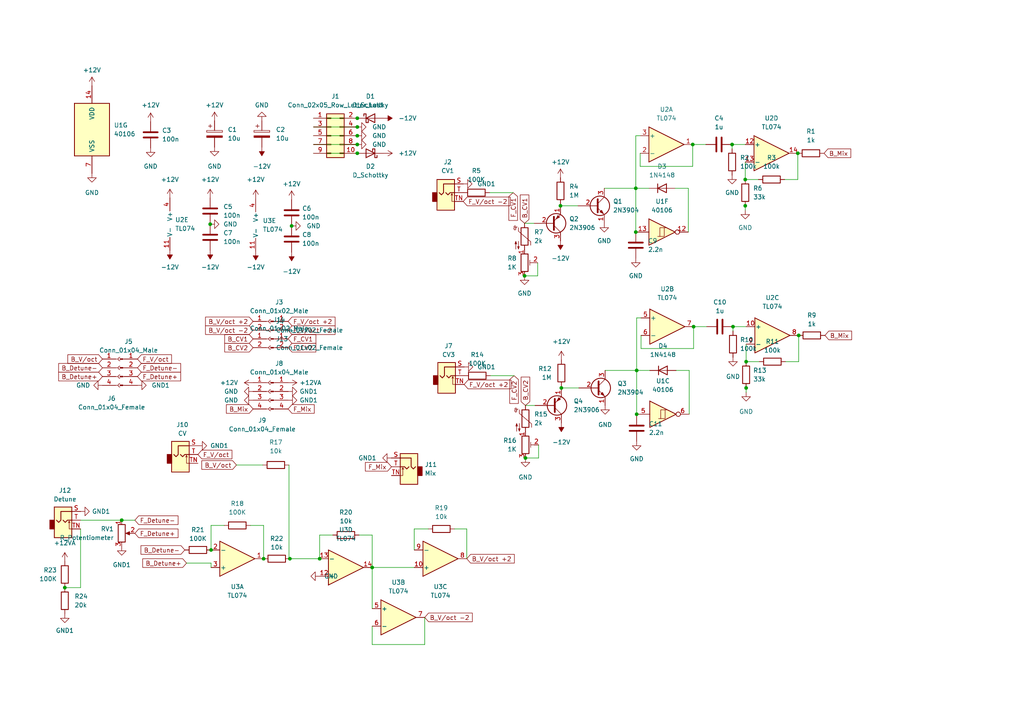
<source format=kicad_sch>
(kicad_sch (version 20211123) (generator eeschema)
  (paper "A4")
  (lib_symbols
    (symbol "4xxx:40106" (pin_names (offset 1.016))
      (property "Reference" "U" (at 0 1.27 0))
      (property "Value" "40106" (at 0 -1.27 0))
      (symbol "40106_1_0"
        (pin input line (at -7.62 0 0) (length 3.81) (name "~") (number "1"))
        (pin output inverted (at 7.62 0 180) (length 3.81) (name "~") (number "2"))
      )
      (symbol "40106_2_0"
        (pin input line (at -7.62 0 0) (length 3.81) (name "~") (number "3"))
        (pin output inverted (at 7.62 0 180) (length 3.81) (name "~") (number "4"))
      )
      (symbol "40106_3_0"
        (pin input line (at -7.62 0 0) (length 3.81) (name "~") (number "5"))
        (pin output inverted (at 7.62 0 180) (length 3.81) (name "~") (number "6"))
      )
      (symbol "40106_4_0"
        (pin output inverted (at 7.62 0 180) (length 3.81) (name "~") (number "8"))
        (pin input line (at -7.62 0 0) (length 3.81) (name "~") (number "9"))
      )
      (symbol "40106_5_0"
        (pin output inverted (at 7.62 0 180) (length 3.81) (name "~") (number "10"))
        (pin input line (at -7.62 0 0) (length 3.81) (name "~") (number "11"))
      )
      (symbol "40106_6_0"
        (pin output inverted (at 7.62 0 180) (length 3.81) (name "~") (number "12"))
        (pin input line (at -7.62 0 0) (length 3.81) (name "~") (number "13"))
      )
      (symbol "40106_7_0"
        (pin power_in line (at 0 12.7 270) (length 5.08) (name "VDD") (number "14"))
        (pin power_in line (at 0 -12.7 90) (length 5.08) (name "VSS") (number "7"))
      )
    )
    (symbol "Amplifier_Operational:TL074" (pin_names (offset 0.127))
      (property "Reference" "U" (at 0 5.08 0))
      (property "Value" "TL074" (at 0 -5.08 0))
      (symbol "TL074_1_1"
        (pin output line (at 7.62 0 180) (length 2.54) (name "~") (number "1"))
        (pin input line (at -7.62 -2.54 0) (length 2.54) (name "-") (number "2"))
        (pin input line (at -7.62 2.54 0) (length 2.54) (name "+") (number "3"))
      )
      (symbol "TL074_2_1"
        (pin input line (at -7.62 2.54 0) (length 2.54) (name "+") (number "5"))
        (pin input line (at -7.62 -2.54 0) (length 2.54) (name "-") (number "6"))
        (pin output line (at 7.62 0 180) (length 2.54) (name "~") (number "7"))
      )
      (symbol "TL074_3_1"
        (pin input line (at -7.62 2.54 0) (length 2.54) (name "+") (number "10"))
        (pin output line (at 7.62 0 180) (length 2.54) (name "~") (number "8"))
        (pin input line (at -7.62 -2.54 0) (length 2.54) (name "-") (number "9"))
      )
      (symbol "TL074_4_1"
        (pin input line (at -7.62 2.54 0) (length 2.54) (name "+") (number "12"))
        (pin input line (at -7.62 -2.54 0) (length 2.54) (name "-") (number "13"))
        (pin output line (at 7.62 0 180) (length 2.54) (name "~") (number "14"))
      )
      (symbol "TL074_5_1"
        (pin power_in line (at -2.54 -7.62 90) (length 3.81) (name "V-") (number "11"))
        (pin power_in line (at -2.54 7.62 270) (length 3.81) (name "V+") (number "4"))
      )
    )
    (symbol "Connector:AudioJack2_SwitchT"
      (property "Reference" "J" (at 0 8.89 0))
      (property "Value" "AudioJack2_SwitchT" (at 0 6.35 0))
      (symbol "AudioJack2_SwitchT_1_1"
        (pin passive line (at 5.08 2.54 180) (length 2.54) (name "~") (number "S"))
        (pin passive line (at 5.08 0 180) (length 2.54) (name "~") (number "T"))
        (pin passive line (at 5.08 -2.54 180) (length 2.54) (name "~") (number "TN"))
      )
    )
    (symbol "Connector:Conn_01x02_Female" (pin_names (offset 1.016) hide)
      (property "Reference" "J" (at 0 2.54 0))
      (property "Value" "Conn_01x02_Female" (at 0 -5.08 0))
      (symbol "Conn_01x02_Female_1_1"
        (pin passive line (at -5.08 0 0) (length 3.81) (name "Pin_1") (number "1"))
        (pin passive line (at -5.08 -2.54 0) (length 3.81) (name "Pin_2") (number "2"))
      )
    )
    (symbol "Connector:Conn_01x02_Male" (pin_names (offset 1.016) hide)
      (property "Reference" "J" (at 0 2.54 0))
      (property "Value" "Conn_01x02_Male" (at 0 -5.08 0))
      (symbol "Conn_01x02_Male_1_1"
        (pin passive line (at 5.08 0 180) (length 3.81) (name "Pin_1") (number "1"))
        (pin passive line (at 5.08 -2.54 180) (length 3.81) (name "Pin_2") (number "2"))
      )
    )
    (symbol "Connector:Conn_01x04_Female" (pin_names (offset 1.016) hide)
      (property "Reference" "J" (at 0 5.08 0))
      (property "Value" "Conn_01x04_Female" (at 0 -7.62 0))
      (symbol "Conn_01x04_Female_1_1"
        (pin passive line (at -5.08 2.54 0) (length 3.81) (name "Pin_1") (number "1"))
        (pin passive line (at -5.08 0 0) (length 3.81) (name "Pin_2") (number "2"))
        (pin passive line (at -5.08 -2.54 0) (length 3.81) (name "Pin_3") (number "3"))
        (pin passive line (at -5.08 -5.08 0) (length 3.81) (name "Pin_4") (number "4"))
      )
    )
    (symbol "Connector:Conn_01x04_Male" (pin_names (offset 1.016) hide)
      (property "Reference" "J" (at 0 5.08 0))
      (property "Value" "Conn_01x04_Male" (at 0 -7.62 0))
      (symbol "Conn_01x04_Male_1_1"
        (pin passive line (at 5.08 2.54 180) (length 3.81) (name "Pin_1") (number "1"))
        (pin passive line (at 5.08 0 180) (length 3.81) (name "Pin_2") (number "2"))
        (pin passive line (at 5.08 -2.54 180) (length 3.81) (name "Pin_3") (number "3"))
        (pin passive line (at 5.08 -5.08 180) (length 3.81) (name "Pin_4") (number "4"))
      )
    )
    (symbol "Connector_Generic:Conn_02x05_Odd_Even" (pin_names (offset 1.016) hide)
      (property "Reference" "J" (at 1.27 7.62 0))
      (property "Value" "Conn_02x05_Odd_Even" (at 1.27 -7.62 0))
      (symbol "Conn_02x05_Odd_Even_1_1"
        (pin passive line (at -5.08 5.08 0) (length 3.81) (name "Pin_1") (number "1"))
        (pin passive line (at 7.62 -5.08 180) (length 3.81) (name "Pin_10") (number "10"))
        (pin passive line (at 7.62 5.08 180) (length 3.81) (name "Pin_2") (number "2"))
        (pin passive line (at -5.08 2.54 0) (length 3.81) (name "Pin_3") (number "3"))
        (pin passive line (at 7.62 2.54 180) (length 3.81) (name "Pin_4") (number "4"))
        (pin passive line (at -5.08 0 0) (length 3.81) (name "Pin_5") (number "5"))
        (pin passive line (at 7.62 0 180) (length 3.81) (name "Pin_6") (number "6"))
        (pin passive line (at -5.08 -2.54 0) (length 3.81) (name "Pin_7") (number "7"))
        (pin passive line (at 7.62 -2.54 180) (length 3.81) (name "Pin_8") (number "8"))
        (pin passive line (at -5.08 -5.08 0) (length 3.81) (name "Pin_9") (number "9"))
      )
    )
    (symbol "Device:C" (pin_numbers hide) (pin_names (offset 0.254))
      (property "Reference" "C" (at 0.635 2.54 0))
      (property "Value" "C" (at 0.635 -2.54 0))
      (symbol "C_1_1"
        (pin passive line (at 0 3.81 270) (length 2.794) (name "~") (number "1"))
        (pin passive line (at 0 -3.81 90) (length 2.794) (name "~") (number "2"))
      )
    )
    (symbol "Device:C_Polarized" (pin_numbers hide) (pin_names (offset 0.254))
      (property "Reference" "C" (at 0.635 2.54 0))
      (property "Value" "C_Polarized" (at 0.635 -2.54 0))
      (symbol "C_Polarized_1_1"
        (pin passive line (at 0 3.81 270) (length 2.794) (name "~") (number "1"))
        (pin passive line (at 0 -3.81 90) (length 2.794) (name "~") (number "2"))
      )
    )
    (symbol "Device:D_Schottky" (pin_numbers hide) (pin_names (offset 1.016) hide)
      (property "Reference" "D" (at 0 2.54 0))
      (property "Value" "D_Schottky" (at 0 -2.54 0))
      (symbol "D_Schottky_1_1"
        (pin passive line (at -3.81 0 0) (length 2.54) (name "K") (number "1"))
        (pin passive line (at 3.81 0 180) (length 2.54) (name "A") (number "2"))
      )
    )
    (symbol "Device:R" (pin_numbers hide) (pin_names (offset 0))
      (property "Reference" "R" (at 2.032 0 90))
      (property "Value" "R" (at 0 0 90))
      (symbol "R_1_1"
        (pin passive line (at 0 3.81 270) (length 1.27) (name "~") (number "1"))
        (pin passive line (at 0 -3.81 90) (length 1.27) (name "~") (number "2"))
      )
    )
    (symbol "Device:R_Potentiometer" (pin_names (offset 1.016) hide)
      (property "Reference" "RV" (at -4.445 0 90))
      (property "Value" "R_Potentiometer" (at -2.54 0 90))
      (symbol "R_Potentiometer_1_1"
        (pin passive line (at 0 3.81 270) (length 1.27) (name "1") (number "1"))
        (pin passive line (at 3.81 0 180) (length 1.27) (name "2") (number "2"))
        (pin passive line (at 0 -3.81 90) (length 1.27) (name "3") (number "3"))
      )
    )
    (symbol "Device:R_Potentiometer_Trim" (pin_names (offset 1.016) hide)
      (property "Reference" "RV" (at -4.445 0 90))
      (property "Value" "R_Potentiometer_Trim" (at -2.54 0 90))
      (symbol "R_Potentiometer_Trim_1_1"
        (pin passive line (at 0 3.81 270) (length 1.27) (name "1") (number "1"))
        (pin passive line (at 3.81 0 180) (length 1.27) (name "2") (number "2"))
        (pin passive line (at 0 -3.81 90) (length 1.27) (name "3") (number "3"))
      )
    )
    (symbol "Device:Thermistor_NTC" (pin_numbers hide) (pin_names (offset 0))
      (property "Reference" "TH" (at -4.445 0 90))
      (property "Value" "Thermistor_NTC" (at 3.175 0 90))
      (symbol "Thermistor_NTC_1_1"
        (pin passive line (at 0 3.81 270) (length 1.27) (name "~") (number "1"))
        (pin passive line (at 0 -3.81 90) (length 1.27) (name "~") (number "2"))
      )
    )
    (symbol "Diode:1N4148" (pin_numbers hide) (pin_names (offset 1.016) hide)
      (property "Reference" "D" (at 0 2.54 0))
      (property "Value" "1N4148" (at 0 -2.54 0))
      (symbol "1N4148_1_1"
        (pin passive line (at -3.81 0 0) (length 2.54) (name "K") (number "1"))
        (pin passive line (at 3.81 0 180) (length 2.54) (name "A") (number "2"))
      )
    )
    (symbol "Transistor_BJT:2N3904" (pin_names (offset 0) hide)
      (property "Reference" "Q" (at 5.08 1.905 0))
      (property "Value" "2N3904" (at 5.08 0 0))
      (symbol "2N3904_1_1"
        (pin passive line (at 2.54 -5.08 90) (length 2.54) (name "E") (number "1"))
        (pin passive line (at -5.08 0 0) (length 5.715) (name "B") (number "2"))
        (pin passive line (at 2.54 5.08 270) (length 2.54) (name "C") (number "3"))
      )
    )
    (symbol "Transistor_BJT:2N3906" (pin_names (offset 0) hide)
      (property "Reference" "Q" (at 5.08 1.905 0))
      (property "Value" "2N3906" (at 5.08 0 0))
      (symbol "2N3906_1_1"
        (pin passive line (at 2.54 -5.08 90) (length 2.54) (name "E") (number "1"))
        (pin input line (at -5.08 0 0) (length 5.715) (name "B") (number "2"))
        (pin passive line (at 2.54 5.08 270) (length 2.54) (name "C") (number "3"))
      )
    )
    (symbol "power:+12V" (power) (pin_names (offset 0))
      (property "Value" "+12V" (at 0 3.556 0))
      (symbol "+12V_1_1"
        (pin power_in line (at 0 0 90) (length 0) hide (name "+12V") (number "1"))
      )
    )
    (symbol "power:+12VA" (power) (pin_names (offset 0))
      (property "Value" "+12VA" (at 0 3.556 0))
      (symbol "+12VA_1_1"
        (pin power_in line (at 0 0 90) (length 0) hide (name "+12VA") (number "1"))
      )
    )
    (symbol "power:-12V" (power) (pin_names (offset 0))
      (property "Value" "-12V" (at 0 3.81 0))
      (symbol "-12V_0_0"
        (pin power_in line (at 0 0 90) (length 0) hide (name "-12V") (number "1"))
      )
    )
    (symbol "power:GND" (power) (pin_names (offset 0))
      (property "Value" "GND" (at 0 -3.81 0))
      (symbol "GND_1_1"
        (pin power_in line (at 0 0 270) (length 0) hide (name "GND") (number "1"))
      )
    )
    (symbol "power:GND1" (power) (pin_names (offset 0))
      (property "Value" "GND1" (at 0 -3.81 0))
      (symbol "GND1_1_1"
        (pin power_in line (at 0 0 270) (length 0) hide (name "GND1") (number "1"))
      )
    )
  )
  (junction (at 107.95 164.592) (diameter 0.9144))
  (junction (at 201.168 94.742) (diameter 0.9144))
  (junction (at 35.306 150.876))
  (junction (at 216.154 52.07) (diameter 0.9144))
  (junction (at 152.4 132.842) (diameter 0.9144))
  (junction (at 60.96 65.024) (diameter 0.9144))
  (junction (at 212.344 41.91) (diameter 0.9144))
  (junction (at 61.214 159.512) (diameter 0.9144))
  (junction (at 231.394 44.45))
  (junction (at 103.632 44.45))
  (junction (at 184.404 67.31) (diameter 0.9144))
  (junction (at 162.814 112.522) (diameter 0.9144))
  (junction (at 216.408 112.522) (diameter 0.9144))
  (junction (at 103.632 41.91))
  (junction (at 18.796 170.434) (diameter 0.9144))
  (junction (at 216.154 59.69) (diameter 0.9144))
  (junction (at 103.632 34.29))
  (junction (at 92.71 162.052) (diameter 0.9144))
  (junction (at 76.454 162.052) (diameter 0.9144))
  (junction (at 212.598 94.742) (diameter 0.9144))
  (junction (at 231.648 97.282))
  (junction (at 103.632 39.37))
  (junction (at 200.914 41.91) (diameter 0.9144))
  (junction (at 152.146 80.01) (diameter 0.9144))
  (junction (at 162.56 59.69) (diameter 0.9144))
  (junction (at 184.404 54.61) (diameter 0.9144))
  (junction (at 184.658 120.142) (diameter 0.9144))
  (junction (at 184.658 107.442) (diameter 0.9144))
  (junction (at 216.408 104.902) (diameter 0.9144))
  (junction (at 84.582 65.532) (diameter 0.9144))
  (junction (at 103.632 36.83))
  (junction (at 84.074 162.052) (diameter 0.9144))
  (wire (pts (xy 216.408 112.522) (xy 216.408 113.792)))
  (wire (pts (xy 131.826 153.416) (xy 135.382 153.416)))
  (wire (pts (xy 155.956 80.01) (xy 152.146 80.01)))
  (wire (pts (xy 23.368 153.416) (xy 23.368 170.434)))
  (wire (pts (xy 185.674 48.26) (xy 200.914 48.26)))
  (wire (pts (xy 141.986 55.88) (xy 148.844 55.88)))
  (wire (pts (xy 231.394 52.07) (xy 231.394 44.45)))
  (wire (pts (xy 227.838 104.902) (xy 231.648 104.902)))
  (wire (pts (xy 23.368 150.876) (xy 35.306 150.876)))
  (wire (pts (xy 201.168 94.742) (xy 204.978 94.742)))
  (wire (pts (xy 175.26 54.61) (xy 184.404 54.61)))
  (wire (pts (xy 216.408 104.902) (xy 220.218 104.902)))
  (wire (pts (xy 185.928 101.092) (xy 201.168 101.092)))
  (wire (pts (xy 212.598 94.742) (xy 212.598 96.012)))
  (wire (pts (xy 107.95 164.592) (xy 107.95 176.53)))
  (wire (pts (xy 175.514 107.442) (xy 184.658 107.442)))
  (wire (pts (xy 135.382 153.416) (xy 135.382 162.052)))
  (wire (pts (xy 185.674 44.45) (xy 185.674 48.26)))
  (wire (pts (xy 185.928 97.282) (xy 185.928 101.092)))
  (wire (pts (xy 212.344 41.91) (xy 212.344 43.18)))
  (wire (pts (xy 162.56 59.69) (xy 167.64 59.69)))
  (wire (pts (xy 184.404 54.61) (xy 188.214 54.61)))
  (wire (pts (xy 185.928 92.202) (xy 184.658 92.202)))
  (wire (pts (xy 104.14 155.194) (xy 107.95 155.194)))
  (wire (pts (xy 162.814 112.522) (xy 167.894 112.522)))
  (wire (pts (xy 216.154 52.07) (xy 219.964 52.07)))
  (wire (pts (xy 201.168 101.092) (xy 201.168 94.742)))
  (wire (pts (xy 35.306 150.876) (xy 39.116 150.876)))
  (wire (pts (xy 92.71 155.194) (xy 92.71 162.052)))
  (wire (pts (xy 200.914 41.91) (xy 204.724 41.91)))
  (wire (pts (xy 184.404 54.61) (xy 184.404 67.31)))
  (wire (pts (xy 107.95 155.194) (xy 107.95 164.592)))
  (wire (pts (xy 155.194 117.602) (xy 152.4 117.602)))
  (wire (pts (xy 61.214 152.4) (xy 61.214 159.512)))
  (wire (pts (xy 155.956 76.2) (xy 155.956 80.01)))
  (wire (pts (xy 196.088 107.442) (xy 199.898 107.442)))
  (wire (pts (xy 184.404 39.37) (xy 184.404 54.61)))
  (wire (pts (xy 90.932 41.91) (xy 103.632 41.91)))
  (wire (pts (xy 184.658 107.442) (xy 188.468 107.442)))
  (wire (pts (xy 76.454 152.4) (xy 76.454 162.052)))
  (wire (pts (xy 65.024 152.4) (xy 61.214 152.4)))
  (wire (pts (xy 184.658 120.142) (xy 184.658 120.396)))
  (wire (pts (xy 162.814 112.014) (xy 162.814 112.522)))
  (wire (pts (xy 83.82 162.052) (xy 84.074 162.052)))
  (wire (pts (xy 199.898 107.442) (xy 199.898 120.142)))
  (wire (pts (xy 216.408 99.822) (xy 216.408 104.902)))
  (wire (pts (xy 212.344 41.91) (xy 216.154 41.91)))
  (wire (pts (xy 216.154 59.69) (xy 216.154 60.96)))
  (wire (pts (xy 212.598 94.742) (xy 216.408 94.742)))
  (wire (pts (xy 90.932 34.29) (xy 103.632 34.29)))
  (wire (pts (xy 90.932 39.37) (xy 103.632 39.37)))
  (wire (pts (xy 200.914 48.26) (xy 200.914 41.91)))
  (wire (pts (xy 124.206 153.416) (xy 120.142 153.416)))
  (wire (pts (xy 84.074 162.052) (xy 92.71 162.052)))
  (wire (pts (xy 156.21 132.842) (xy 152.4 132.842)))
  (wire (pts (xy 184.658 107.442) (xy 184.658 120.142)))
  (wire (pts (xy 154.94 64.77) (xy 152.146 64.77)))
  (wire (pts (xy 216.408 111.252) (xy 216.408 112.522)))
  (wire (pts (xy 227.584 52.07) (xy 231.394 52.07)))
  (wire (pts (xy 216.154 58.42) (xy 216.154 59.69)))
  (wire (pts (xy 23.368 170.434) (xy 18.796 170.434)))
  (wire (pts (xy 90.932 36.83) (xy 103.632 36.83)))
  (wire (pts (xy 195.834 54.61) (xy 199.644 54.61)))
  (wire (pts (xy 199.644 54.61) (xy 199.644 67.31)))
  (wire (pts (xy 72.644 152.4) (xy 76.454 152.4)))
  (wire (pts (xy 107.95 186.944) (xy 123.19 186.944)))
  (wire (pts (xy 231.648 104.902) (xy 231.648 97.282)))
  (wire (pts (xy 184.658 92.202) (xy 184.658 107.442)))
  (wire (pts (xy 120.142 153.416) (xy 120.142 159.512)))
  (wire (pts (xy 61.214 163.322) (xy 61.214 164.592)))
  (wire (pts (xy 162.56 59.182) (xy 162.56 59.69)))
  (wire (pts (xy 83.82 134.874) (xy 83.82 162.052)))
  (wire (pts (xy 54.102 163.322) (xy 61.214 163.322)))
  (wire (pts (xy 107.95 164.592) (xy 120.142 164.592)))
  (wire (pts (xy 156.21 129.032) (xy 156.21 132.842)))
  (wire (pts (xy 90.932 44.45) (xy 103.632 44.45)))
  (wire (pts (xy 92.71 155.194) (xy 96.52 155.194)))
  (wire (pts (xy 68.58 134.874) (xy 76.2 134.874)))
  (wire (pts (xy 216.154 46.99) (xy 216.154 52.07)))
  (wire (pts (xy 142.24 108.966) (xy 149.098 108.966)))
  (wire (pts (xy 123.19 186.944) (xy 123.19 179.07)))
  (wire (pts (xy 184.404 67.31) (xy 184.404 67.564)))
  (wire (pts (xy 107.95 181.61) (xy 107.95 186.944)))
  (wire (pts (xy 185.674 39.37) (xy 184.404 39.37)))
  (global_label "F_V{slash}oct" (shape input) (at 39.878 104.14 0) (property "Intersheet References" "${INTERSHEET_REFS}" (effects hide)))
  (global_label "B_CV2" (shape input) (at 73.406 100.838 180) (property "Intersheet References" "${INTERSHEET_REFS}" (effects hide)))
  (global_label "B_V{slash}oct -2" (shape input) (at 123.19 179.07 0) (property "Intersheet References" "${INTERSHEET_REFS}" (effects hide)))
  (global_label "B_V{slash}oct" (shape input) (at 68.58 134.874 180) (property "Intersheet References" "${INTERSHEET_REFS}" (effects hide)))
  (global_label "B_CV1" (shape input) (at 73.406 98.298 180) (property "Intersheet References" "${INTERSHEET_REFS}" (effects hide)))
  (global_label "B_Mix" (shape input) (at 239.014 44.45 0) (property "Intersheet References" "${INTERSHEET_REFS}" (effects hide)))
  (global_label "B_Detune-" (shape input) (at 29.718 106.68 180) (property "Intersheet References" "${INTERSHEET_REFS}" (effects hide)))
  (global_label "F_CV1" (shape input) (at 83.566 98.298 0) (property "Intersheet References" "${INTERSHEET_REFS}" (effects hide)))
  (global_label "B_V{slash}oct -2" (shape input) (at 73.406 95.758 180) (property "Intersheet References" "${INTERSHEET_REFS}" (effects hide)))
  (global_label "B_CV1" (shape input) (at 152.146 64.77 90) (property "Intersheet References" "${INTERSHEET_REFS}" (effects hide)))
  (global_label "B_Detune-" (shape input) (at 53.594 159.512 180) (property "Intersheet References" "${INTERSHEET_REFS}" (effects hide)))
  (global_label "B_Mix" (shape input) (at 73.406 118.618 180) (property "Intersheet References" "${INTERSHEET_REFS}" (effects hide)))
  (global_label "F_CV2" (shape input) (at 83.566 100.838 0) (property "Intersheet References" "${INTERSHEET_REFS}" (effects hide)))
  (global_label "F_V{slash}oct +2" (shape input) (at 134.62 111.506 0) (property "Intersheet References" "${INTERSHEET_REFS}" (effects hide)))
  (global_label "F_Detune+" (shape input) (at 39.116 154.686 0) (property "Intersheet References" "${INTERSHEET_REFS}" (effects hide)))
  (global_label "F_Detune+" (shape input) (at 39.878 109.22 0) (property "Intersheet References" "${INTERSHEET_REFS}" (effects hide)))
  (global_label "B_Detune+" (shape input) (at 29.718 109.22 180) (property "Intersheet References" "${INTERSHEET_REFS}" (effects hide)))
  (global_label "B_V{slash}oct" (shape input) (at 29.718 104.14 180) (property "Intersheet References" "${INTERSHEET_REFS}" (effects hide)))
  (global_label "F_V{slash}oct -2" (shape input) (at 134.366 58.42 0) (property "Intersheet References" "${INTERSHEET_REFS}" (effects hide)))
  (global_label "F_Detune-" (shape input) (at 39.878 106.68 0) (property "Intersheet References" "${INTERSHEET_REFS}" (effects hide)))
  (global_label "F_V{slash}oct" (shape input) (at 57.404 131.826 0) (property "Intersheet References" "${INTERSHEET_REFS}" (effects hide)))
  (global_label "F_CV2" (shape input) (at 149.098 108.966 270) (property "Intersheet References" "${INTERSHEET_REFS}" (effects hide)))
  (global_label "F_Mix" (shape input) (at 83.566 118.618 0) (property "Intersheet References" "${INTERSHEET_REFS}" (effects hide)))
  (global_label "B_Mix" (shape input) (at 239.268 97.282 0) (property "Intersheet References" "${INTERSHEET_REFS}" (effects hide)))
  (global_label "F_CV1" (shape input) (at 148.844 55.88 270) (property "Intersheet References" "${INTERSHEET_REFS}" (effects hide)))
  (global_label "F_V{slash}oct +2" (shape input) (at 83.566 93.218 0) (property "Intersheet References" "${INTERSHEET_REFS}" (effects hide)))
  (global_label "B_Detune+" (shape input) (at 54.102 163.322 180) (property "Intersheet References" "${INTERSHEET_REFS}" (effects hide)))
  (global_label "B_CV2" (shape input) (at 152.4 117.602 90) (property "Intersheet References" "${INTERSHEET_REFS}" (effects hide)))
  (global_label "F_V{slash}oct -2" (shape input) (at 83.566 95.758 0) (property "Intersheet References" "${INTERSHEET_REFS}" (effects hide)))
  (global_label "F_Detune-" (shape input) (at 39.116 150.876 0) (property "Intersheet References" "${INTERSHEET_REFS}" (effects hide)))
  (global_label "B_V{slash}oct +2" (shape input) (at 135.382 162.052 0) (property "Intersheet References" "${INTERSHEET_REFS}" (effects hide)))
  (global_label "B_V{slash}oct +2" (shape input) (at 73.406 93.218 180) (property "Intersheet References" "${INTERSHEET_REFS}" (effects hide)))
  (global_label "F_Mix" (shape input) (at 113.538 135.382 180) (property "Intersheet References" "${INTERSHEET_REFS}" (effects hide)))
  (symbol (lib_id "power:+12V") (at 111.252 44.45 270) (unit 1)
    (property "Reference" "#PWR012" (effects hide))
    (property "Value" "+12V" (at 115.57 44.4499 90) (effects (justify left)))
  )
  (symbol (lib_id "Connector:Conn_01x02_Male") (at 78.486 93.218 0) (unit 1)
    (property "Reference" "J3" (at 80.9879 87.63 0))
    (property "Value" "Conn_01x02_Male" (at 80.9879 90.17 0))
    (property "Footprint" "Connector_PinHeader_2.54mm:PinHeader_1x02_P2.54mm_Vertical" (effects hide))
  )
  (symbol (lib_id "Device:R") (at 235.458 97.282 90) (unit 1)
    (property "Reference" "R9" (at 235.458 91.44 90))
    (property "Value" "1k" (at 235.458 93.98 90))
    (property "Footprint" "Resistor_SMD:R_0805_2012Metric_Pad1.20x1.40mm_HandSolder" (effects hide))
  )
  (symbol (lib_id "Device:D_Schottky") (at 107.442 34.29 0) (unit 1)
    (property "Reference" "D1" (at 107.442 27.94 0))
    (property "Value" "D_Schottky" (at 107.442 30.48 0))
    (property "Footprint" "Diode_SMD:D_SOD-123" (effects hide))
  )
  (symbol (lib_id "power:+12VA") (at 83.566 110.998 270) (mirror x) (unit 1)
    (property "Reference" "#PWR036" (effects hide))
    (property "Value" "+12VA" (at 86.868 110.9979 90) (effects (justify left)))
  )
  (symbol (lib_id "power:+12V") (at 162.56 51.562 0) (unit 1)
    (property "Reference" "#PWR015" (effects hide))
    (property "Value" "+12V" (at 162.56 46.99 0))
  )
  (symbol (lib_id "Device:R") (at 223.774 52.07 90) (unit 1)
    (property "Reference" "R3" (at 223.774 45.72 90))
    (property "Value" "100k" (at 223.774 48.26 90))
    (property "Footprint" "Resistor_SMD:R_0805_2012Metric_Pad1.20x1.40mm_HandSolder" (effects hide))
  )
  (symbol (lib_id "Device:R") (at 138.176 55.88 90) (unit 1)
    (property "Reference" "R5" (at 138.176 49.53 90))
    (property "Value" "100K" (at 138.176 52.07 90))
    (property "Footprint" "Resistor_SMD:R_0805_2012Metric_Pad1.20x1.40mm_HandSolder" (effects hide))
  )
  (symbol (lib_id "Device:Thermistor_NTC") (at 152.4 121.412 0) (unit 1)
    (property "Reference" "R15" (at 154.94 120.1419 0) (effects (justify left)))
    (property "Value" "2k" (at 154.94 122.6819 0) (effects (justify left)))
    (property "Footprint" "Resistor_SMD:R_0805_2012Metric_Pad1.20x1.40mm_HandSolder" (effects hide))
  )
  (symbol (lib_id "power:GND") (at 184.404 74.93 0) (unit 1)
    (property "Reference" "#PWR030" (effects hide))
    (property "Value" "GND" (at 184.404 80.01 0))
  )
  (symbol (lib_id "power:GND1") (at 35.306 158.496 0) (unit 1)
    (property "Reference" "#PWR051" (effects hide))
    (property "Value" "GND1" (at 35.306 163.83 0))
  )
  (symbol (lib_id "power:GND1") (at 39.878 111.76 90) (unit 1)
    (property "Reference" "#PWR044" (effects hide))
    (property "Value" "GND1" (at 43.942 111.7599 90) (effects (justify right)))
  )
  (symbol (lib_id "Device:C") (at 60.96 68.834 180) (unit 1)
    (property "Reference" "C7" (at 64.77 67.5639 0) (effects (justify right)))
    (property "Value" "100n" (at 64.77 70.1039 0) (effects (justify right)))
    (property "Footprint" "Capacitor_SMD:C_0805_2012Metric_Pad1.18x1.45mm_HandSolder" (effects hide))
  )
  (symbol (lib_id "Device:R") (at 80.01 134.874 90) (unit 1)
    (property "Reference" "R17" (at 80.01 128.27 90))
    (property "Value" "10k" (at 80.01 130.81 90))
    (property "Footprint" "Resistor_SMD:R_0805_2012Metric_Pad1.20x1.40mm_HandSolder" (effects hide))
  )
  (symbol (lib_id "Connector:Conn_01x02_Female") (at 78.486 93.218 0) (unit 1)
    (property "Reference" "J4" (at 80.01 93.2179 0) (effects (justify left)))
    (property "Value" "Conn_01x02_Female" (at 80.01 95.7579 0) (effects (justify left)))
    (property "Footprint" "Connector_PinSocket_2.54mm:PinSocket_1x02_P2.54mm_Vertical" (effects hide))
  )
  (symbol (lib_id "Device:R") (at 68.834 152.4 90) (unit 1)
    (property "Reference" "R18" (at 68.834 146.05 90))
    (property "Value" "100K" (at 68.834 148.59 90))
    (property "Footprint" "Resistor_SMD:R_0805_2012Metric_Pad1.20x1.40mm_HandSolder" (effects hide))
  )
  (symbol (lib_id "Diode:1N4148") (at 192.024 54.61 0) (unit 1)
    (property "Reference" "D3" (at 192.024 48.26 0))
    (property "Value" "1N4148" (at 192.024 50.8 0))
    (property "Footprint" "Diode_SMD:D_0805_2012Metric_Pad1.15x1.40mm_HandSolder" (effects hide))
    (property "Datasheet" "https://assets.nexperia.com/documents/data-sheet/1N4148_1N4448.pdf" (effects hide))
  )
  (symbol (lib_id "power:GND") (at 73.406 116.078 270) (unit 1)
    (property "Reference" "#PWR039" (effects hide))
    (property "Value" "GND" (at 69.088 116.0779 90) (effects (justify right)))
  )
  (symbol (lib_id "Amplifier_Operational:TL074") (at 127.762 162.052 0) (mirror x) (unit 3)
    (property "Reference" "U3" (at 127.762 170.18 0))
    (property "Value" "TL074" (at 127.762 172.72 0))
    (property "Footprint" "Package_SO:SOIC-14_3.9x8.7mm_P1.27mm" (effects hide))
    (property "Datasheet" "http://www.ti.com/lit/ds/symlink/tl071.pdf" (effects hide))
  )
  (symbol (lib_id "power:GND1") (at 134.62 106.426 90) (unit 1)
    (property "Reference" "#PWR034" (effects hide))
    (property "Value" "GND1" (at 138.43 106.4259 90) (effects (justify right)))
  )
  (symbol (lib_id "power:GND") (at 84.582 65.532 90) (unit 1)
    (property "Reference" "#PWR024" (effects hide))
    (property "Value" "GND" (at 88.9 65.5319 90) (effects (justify right)))
  )
  (symbol (lib_id "power:GND") (at 60.96 65.024 90) (unit 1)
    (property "Reference" "#PWR023" (effects hide))
    (property "Value" "GND" (at 64.77 65.0239 90) (effects (justify right)))
  )
  (symbol (lib_id "Device:R") (at 216.408 108.712 0) (unit 1)
    (property "Reference" "R13" (at 218.44 107.4419 0) (effects (justify left)))
    (property "Value" "33k" (at 218.44 109.9819 0) (effects (justify left)))
    (property "Footprint" "Resistor_SMD:R_0805_2012Metric_Pad1.20x1.40mm_HandSolder" (effects hide))
  )
  (symbol (lib_id "power:-12V") (at 74.168 72.898 180) (unit 1)
    (property "Reference" "#PWR028" (effects hide))
    (property "Value" "-12V" (at 74.168 77.47 0))
  )
  (symbol (lib_id "Amplifier_Operational:TL074") (at 193.294 41.91 0) (unit 1)
    (property "Reference" "U2" (at 193.294 31.75 0))
    (property "Value" "TL074" (at 193.294 34.29 0))
    (property "Footprint" "Package_SO:SOIC-14_3.9x8.7mm_P1.27mm" (effects hide))
    (property "Datasheet" "http://www.ti.com/lit/ds/symlink/tl071.pdf" (effects hide))
  )
  (symbol (lib_id "power:GND") (at 212.344 50.8 0) (unit 1)
    (property "Reference" "#PWR014" (effects hide))
    (property "Value" "GND" (at 212.344 55.88 0))
  )
  (symbol (lib_id "power:GND") (at 175.26 64.77 0) (unit 1)
    (property "Reference" "#PWR022" (effects hide))
    (property "Value" "GND" (at 175.26 69.85 0))
  )
  (symbol (lib_id "Device:R") (at 100.33 155.194 90) (unit 1)
    (property "Reference" "R20" (at 100.33 148.59 90))
    (property "Value" "10k" (at 100.33 151.13 90))
    (property "Footprint" "Resistor_SMD:R_0805_2012Metric_Pad1.20x1.40mm_HandSolder" (effects hide))
  )
  (symbol (lib_id "Connector:Conn_01x02_Female") (at 78.486 98.298 0) (unit 1)
    (property "Reference" "J13" (at 80.01 98.2979 0) (effects (justify left)))
    (property "Value" "Conn_01x02_Female" (at 80.01 100.8379 0) (effects (justify left)))
    (property "Footprint" "Connector_PinSocket_2.54mm:PinSocket_1x02_P2.54mm_Vertical" (effects hide))
  )
  (symbol (lib_id "Connector:AudioJack2_SwitchT") (at 52.324 131.826 0) (unit 1)
    (property "Reference" "J10" (at 52.8955 123.19 0))
    (property "Value" "CV" (at 52.8955 125.73 0))
    (property "Footprint" "AudioJacks:Jack_3.5mm_QingPu_WQP-PJ398SM_Vertical" (effects hide))
  )
  (symbol (lib_id "power:GND1") (at 18.796 178.054 0) (unit 1)
    (property "Reference" "#PWR054" (effects hide))
    (property "Value" "GND1" (at 18.796 182.88 0))
  )
  (symbol (lib_id "Amplifier_Operational:TL074") (at 68.834 162.052 0) (mirror x) (unit 1)
    (property "Reference" "U3" (at 68.834 170.18 0))
    (property "Value" "TL074" (at 68.834 172.72 0))
    (property "Footprint" "Package_SO:SOIC-14_3.9x8.7mm_P1.27mm" (effects hide))
    (property "Datasheet" "http://www.ti.com/lit/ds/symlink/tl071.pdf" (effects hide))
  )
  (symbol (lib_id "Transistor_BJT:2N3906") (at 160.274 117.602 0) (mirror x) (unit 1)
    (property "Reference" "Q4" (at 166.37 116.3319 0) (effects (justify left)))
    (property "Value" "2N3906" (at 166.37 118.8719 0) (effects (justify left)))
    (property "Footprint" "Package_TO_SOT_SMD:SOT-23_Handsoldering" (effects hide))
    (property "Datasheet" "https://www.onsemi.com/pub/Collateral/2N3906-D.PDF" (effects hide))
  )
  (symbol (lib_id "power:+12V") (at 162.814 104.394 0) (unit 1)
    (property "Reference" "#PWR033" (effects hide))
    (property "Value" "+12V" (at 162.814 99.06 0))
  )
  (symbol (lib_id "Device:C") (at 43.688 39.116 180) (unit 1)
    (property "Reference" "C3" (at 46.99 37.8459 0) (effects (justify right)))
    (property "Value" "100n" (at 46.99 40.3859 0) (effects (justify right)))
    (property "Footprint" "Capacitor_SMD:C_0805_2012Metric_Pad1.18x1.45mm_HandSolder" (effects hide))
  )
  (symbol (lib_id "Connector:AudioJack2_SwitchT") (at 129.286 55.88 0) (unit 1)
    (property "Reference" "J2" (at 129.8575 46.99 0))
    (property "Value" "CV1" (at 129.8575 49.53 0))
    (property "Footprint" "AudioJacks:Jack_3.5mm_QingPu_WQP-PJ398SM_Vertical" (effects hide))
  )
  (symbol (lib_id "power:-12V") (at 49.276 72.644 180) (unit 1)
    (property "Reference" "#PWR026" (effects hide))
    (property "Value" "-12V" (at 49.276 77.47 0))
  )
  (symbol (lib_id "Device:R_Potentiometer") (at 35.306 154.686 0) (unit 1)
    (property "Reference" "RV1" (at 33.02 153.4159 0) (effects (justify right)))
    (property "Value" "R_Potentiometer" (at 33.02 155.9559 0) (effects (justify right)))
    (property "Footprint" "Potentiometer_THT:Potentiometer_Alpha_RD901F-40-00D_Single_Vertical" (effects hide))
  )
  (symbol (lib_id "power:+12V") (at 84.582 57.912 0) (unit 1)
    (property "Reference" "#PWR020" (effects hide))
    (property "Value" "+12V" (at 84.582 53.34 0))
  )
  (symbol (lib_id "power:GND") (at 103.632 36.83 90) (unit 1)
    (property "Reference" "#PWR06" (effects hide))
    (property "Value" "GND" (at 107.95 36.8299 90) (effects (justify right)))
  )
  (symbol (lib_id "Device:C") (at 84.582 61.722 180) (unit 1)
    (property "Reference" "C6" (at 87.63 60.4519 0) (effects (justify right)))
    (property "Value" "100n" (at 87.63 62.9919 0) (effects (justify right)))
    (property "Footprint" "Capacitor_SMD:C_0805_2012Metric_Pad1.18x1.45mm_HandSolder" (effects hide))
  )
  (symbol (lib_id "power:GND") (at 26.67 50.292 0) (unit 1)
    (property "Reference" "#PWR013" (effects hide))
    (property "Value" "GND" (at 26.67 55.88 0))
  )
  (symbol (lib_id "Device:C") (at 208.534 41.91 90) (unit 1)
    (property "Reference" "C4" (at 208.534 34.29 90))
    (property "Value" "1u" (at 208.534 36.83 90))
    (property "Footprint" "Capacitor_SMD:C_1210_3225Metric_Pad1.33x2.70mm_HandSolder" (effects hide))
  )
  (symbol (lib_id "power:-12V") (at 75.946 42.672 180) (unit 1)
    (property "Reference" "#PWR010" (effects hide))
    (property "Value" "-12V" (at 75.946 48.26 0))
  )
  (symbol (lib_id "Connector:Conn_01x04_Male") (at 78.486 113.538 0) (unit 1)
    (property "Reference" "J8" (at 80.9879 105.41 0))
    (property "Value" "Conn_01x04_Male" (at 80.9879 107.95 0))
    (property "Footprint" "Connector_PinHeader_2.54mm:PinHeader_1x04_P2.54mm_Vertical" (effects hide))
  )
  (symbol (lib_id "power:GND") (at 73.406 113.538 270) (unit 1)
    (property "Reference" "#PWR037" (effects hide))
    (property "Value" "GND" (at 69.088 113.5379 90) (effects (justify right)))
  )
  (symbol (lib_id "power:-12V") (at 60.96 72.644 180) (unit 1)
    (property "Reference" "#PWR027" (effects hide))
    (property "Value" "-12V" (at 60.96 77.47 0))
  )
  (symbol (lib_id "power:-12V") (at 111.252 34.29 270) (unit 1)
    (property "Reference" "#PWR02" (effects hide))
    (property "Value" "-12V" (at 115.57 34.2899 90) (effects (justify left)))
  )
  (symbol (lib_id "power:GND") (at 184.658 128.016 0) (unit 1)
    (property "Reference" "#PWR046" (effects hide))
    (property "Value" "GND" (at 184.658 133.096 0))
  )
  (symbol (lib_id "Connector:Conn_01x02_Male") (at 78.486 98.298 0) (unit 1)
    (property "Reference" "J14" (at 80.9879 92.71 0))
    (property "Value" "Conn_01x02_Male" (at 80.9879 95.25 0))
    (property "Footprint" "Connector_PinHeader_2.54mm:PinHeader_1x02_P2.54mm_Vertical" (effects hide))
  )
  (symbol (lib_id "Device:R") (at 162.814 108.204 0) (unit 1)
    (property "Reference" "R12" (at 160.02 106.9339 0) (effects (justify right)))
    (property "Value" "1M" (at 160.02 109.4739 0) (effects (justify right)))
    (property "Footprint" "Resistor_SMD:R_0805_2012Metric_Pad1.20x1.40mm_HandSolder" (effects hide))
  )
  (symbol (lib_id "Device:R") (at 224.028 104.902 90) (unit 1)
    (property "Reference" "R11" (at 224.028 99.06 90))
    (property "Value" "100k" (at 224.028 101.6 90))
    (property "Footprint" "Resistor_SMD:R_0805_2012Metric_Pad1.20x1.40mm_HandSolder" (effects hide))
  )
  (symbol (lib_id "power:GND") (at 216.154 60.96 0) (unit 1)
    (property "Reference" "#PWR021" (effects hide))
    (property "Value" "GND" (at 216.154 66.04 0))
  )
  (symbol (lib_id "power:GND1") (at 134.366 53.34 90) (unit 1)
    (property "Reference" "#PWR016" (effects hide))
    (property "Value" "GND1" (at 138.43 53.3399 90) (effects (justify right)))
  )
  (symbol (lib_id "Device:R") (at 18.796 174.244 180) (unit 1)
    (property "Reference" "R24" (at 21.59 172.9739 0) (effects (justify right)))
    (property "Value" "20k" (at 21.59 175.5139 0) (effects (justify right)))
    (property "Footprint" "Resistor_SMD:R_0805_2012Metric_Pad1.20x1.40mm_HandSolder" (effects hide))
  )
  (symbol (lib_id "power:+12V") (at 74.168 57.658 0) (unit 1)
    (property "Reference" "#PWR019" (effects hide))
    (property "Value" "+12V" (at 74.168 52.07 0))
  )
  (symbol (lib_id "Device:R") (at 212.344 46.99 0) (unit 1)
    (property "Reference" "R2" (at 214.63 45.7199 0) (effects (justify left)))
    (property "Value" "100k" (at 214.63 48.2599 0) (effects (justify left)))
    (property "Footprint" "Resistor_SMD:R_0805_2012Metric_Pad1.20x1.40mm_HandSolder" (effects hide))
  )
  (symbol (lib_id "Amplifier_Operational:TL074") (at 76.708 65.278 0) (unit 5)
    (property "Reference" "U3" (at 76.2 64.0079 0) (effects (justify left)))
    (property "Value" "TL074" (at 76.2 66.5479 0) (effects (justify left)))
    (property "Footprint" "Package_SO:SOIC-14_3.9x8.7mm_P1.27mm" (effects hide))
    (property "Datasheet" "http://www.ti.com/lit/ds/symlink/tl071.pdf" (effects hide))
  )
  (symbol (lib_id "power:+12V") (at 60.96 57.404 0) (unit 1)
    (property "Reference" "#PWR018" (effects hide))
    (property "Value" "+12V" (at 60.96 52.07 0))
  )
  (symbol (lib_id "Device:Thermistor_NTC") (at 152.146 68.58 0) (unit 1)
    (property "Reference" "R7" (at 154.94 67.3099 0) (effects (justify left)))
    (property "Value" "2k" (at 154.94 69.8499 0) (effects (justify left)))
    (property "Footprint" "Resistor_SMD:R_0805_2012Metric_Pad1.20x1.40mm_HandSolder" (effects hide))
  )
  (symbol (lib_id "Device:R_Potentiometer_Trim") (at 152.146 76.2 0) (unit 1)
    (property "Reference" "R8" (at 149.86 74.9299 0) (effects (justify right)))
    (property "Value" "1K" (at 149.86 77.4699 0) (effects (justify right)))
    (property "Footprint" "Potentiometer_THT:Potentiometer_Bourns_3296X_Horizontal" (effects hide))
  )
  (symbol (lib_id "power:GND1") (at 83.566 116.078 90) (unit 1)
    (property "Reference" "#PWR040" (effects hide))
    (property "Value" "GND1" (at 86.868 116.0779 90) (effects (justify right)))
  )
  (symbol (lib_id "power:+12V") (at 73.406 110.998 90) (unit 1)
    (property "Reference" "#PWR035" (effects hide))
    (property "Value" "+12V" (at 69.088 110.9979 90) (effects (justify left)))
  )
  (symbol (lib_id "power:GND") (at 75.946 35.052 180) (unit 1)
    (property "Reference" "#PWR04" (effects hide))
    (property "Value" "GND" (at 75.946 30.48 0))
  )
  (symbol (lib_id "Amplifier_Operational:TL074") (at 223.774 44.45 0) (unit 4)
    (property "Reference" "U2" (at 223.774 34.29 0))
    (property "Value" "TL074" (at 223.774 36.83 0))
    (property "Footprint" "Package_SO:SOIC-14_3.9x8.7mm_P1.27mm" (effects hide))
    (property "Datasheet" "http://www.ti.com/lit/ds/symlink/tl071.pdf" (effects hide))
  )
  (symbol (lib_id "Connector:Conn_01x04_Female") (at 78.486 113.538 0) (unit 1)
    (property "Reference" "J9" (at 76.0602 121.92 0))
    (property "Value" "Conn_01x04_Female" (at 76.0602 124.46 0))
    (property "Footprint" "Connector_PinSocket_2.54mm:PinSocket_1x04_P2.54mm_Vertical" (effects hide))
  )
  (symbol (lib_id "power:+12VA") (at 18.796 162.814 0) (unit 1)
    (property "Reference" "#PWR052" (effects hide))
    (property "Value" "+12VA" (at 18.796 157.48 0))
  )
  (symbol (lib_id "Device:R") (at 235.204 44.45 90) (unit 1)
    (property "Reference" "R1" (at 235.204 38.1 90))
    (property "Value" "1k" (at 235.204 40.64 90))
    (property "Footprint" "Resistor_SMD:R_0805_2012Metric_Pad1.20x1.40mm_HandSolder" (effects hide))
  )
  (symbol (lib_id "power:GND") (at 29.718 111.76 270) (unit 1)
    (property "Reference" "#PWR043" (effects hide))
    (property "Value" "GND" (at 26.162 111.7599 90) (effects (justify right)))
  )
  (symbol (lib_id "Device:C") (at 184.658 124.206 180) (unit 1)
    (property "Reference" "C11" (at 188.214 122.9359 0) (effects (justify right)))
    (property "Value" "2.2n" (at 188.214 125.4759 0) (effects (justify right)))
    (property "Footprint" "Capacitor_SMD:C_1206_3216Metric_Pad1.33x1.80mm_HandSolder" (effects hide))
  )
  (symbol (lib_id "Connector_Generic:Conn_02x05_Odd_Even") (at 96.012 39.37 0) (unit 1)
    (property "Reference" "J1" (at 97.282 27.94 0))
    (property "Value" "Conn_02x05_Row_Letter_Last" (at 97.282 30.48 0))
    (property "Footprint" "Connector_PinHeader_2.54mm:PinHeader_2x05_P2.54mm_Vertical_SMD" (effects hide))
  )
  (symbol (lib_id "Device:R_Potentiometer_Trim") (at 152.4 129.032 0) (unit 1)
    (property "Reference" "R16" (at 149.86 127.7619 0) (effects (justify right)))
    (property "Value" "1K" (at 149.86 130.3019 0) (effects (justify right)))
    (property "Footprint" "Potentiometer_THT:Potentiometer_Bourns_3296X_Horizontal" (effects hide))
  )
  (symbol (lib_id "Diode:1N4148") (at 192.278 107.442 0) (unit 1)
    (property "Reference" "D4" (at 192.278 100.33 0))
    (property "Value" "1N4148" (at 192.278 102.87 0))
    (property "Footprint" "Diode_SMD:D_0805_2012Metric_Pad1.15x1.40mm_HandSolder" (effects hide))
    (property "Datasheet" "https://assets.nexperia.com/documents/data-sheet/1N4148_1N4448.pdf" (effects hide))
  )
  (symbol (lib_id "power:+12V") (at 62.23 35.052 0) (unit 1)
    (property "Reference" "#PWR03" (effects hide))
    (property "Value" "+12V" (at 62.23 30.48 0))
  )
  (symbol (lib_id "Amplifier_Operational:TL074") (at 115.57 179.07 0) (unit 2)
    (property "Reference" "U3" (at 115.57 168.91 0))
    (property "Value" "TL074" (at 115.57 171.45 0))
    (property "Footprint" "Package_SO:SOIC-14_3.9x8.7mm_P1.27mm" (effects hide))
    (property "Datasheet" "http://www.ti.com/lit/ds/symlink/tl071.pdf" (effects hide))
  )
  (symbol (lib_id "power:GND") (at 103.632 39.37 90) (unit 1)
    (property "Reference" "#PWR07" (effects hide))
    (property "Value" "GND" (at 107.95 39.3699 90) (effects (justify right)))
  )
  (symbol (lib_id "Device:D_Schottky") (at 107.442 44.45 180) (unit 1)
    (property "Reference" "D2" (at 107.442 48.26 0))
    (property "Value" "D_Schottky" (at 107.442 50.8 0))
    (property "Footprint" "Diode_SMD:D_SOD-123" (effects hide))
  )
  (symbol (lib_id "power:-12V") (at 84.582 73.152 180) (unit 1)
    (property "Reference" "#PWR029" (effects hide))
    (property "Value" "-12V" (at 84.582 78.74 0))
  )
  (symbol (lib_id "Connector:AudioJack2_SwitchT") (at 18.288 150.876 0) (unit 1)
    (property "Reference" "J12" (at 18.8595 142.24 0))
    (property "Value" "Detune" (at 18.8595 144.78 0))
    (property "Footprint" "AudioJacks:Jack_3.5mm_QingPu_WQP-PJ398SM_Vertical" (effects hide))
  )
  (symbol (lib_id "power:GND") (at 152.146 80.01 0) (unit 1)
    (property "Reference" "#PWR031" (effects hide))
    (property "Value" "GND" (at 152.146 85.09 0))
  )
  (symbol (lib_id "Device:R") (at 128.016 153.416 90) (unit 1)
    (property "Reference" "R19" (at 128.016 147.32 90))
    (property "Value" "10k" (at 128.016 149.86 90))
    (property "Footprint" "Resistor_SMD:R_0805_2012Metric_Pad1.20x1.40mm_HandSolder" (effects hide))
  )
  (symbol (lib_id "power:+12V") (at 26.67 24.892 0) (unit 1)
    (property "Reference" "#PWR01" (effects hide))
    (property "Value" "+12V" (at 26.67 20.32 0))
  )
  (symbol (lib_id "Device:R") (at 212.598 99.822 0) (unit 1)
    (property "Reference" "R10" (at 214.63 98.5519 0) (effects (justify left)))
    (property "Value" "100k" (at 214.63 101.0919 0) (effects (justify left)))
    (property "Footprint" "Resistor_SMD:R_0805_2012Metric_Pad1.20x1.40mm_HandSolder" (effects hide))
  )
  (symbol (lib_id "power:GND") (at 216.408 113.792 0) (unit 1)
    (property "Reference" "#PWR041" (effects hide))
    (property "Value" "GND" (at 216.408 119.38 0))
  )
  (symbol (lib_id "power:GND") (at 103.632 41.91 90) (unit 1)
    (property "Reference" "#PWR08" (effects hide))
    (property "Value" "GND" (at 107.95 41.9099 90) (effects (justify right)))
  )
  (symbol (lib_id "power:GND") (at 43.688 42.926 0) (unit 1)
    (property "Reference" "#PWR011" (effects hide))
    (property "Value" "GND" (at 43.688 48.26 0))
  )
  (symbol (lib_id "Transistor_BJT:2N3904") (at 172.72 59.69 0) (unit 1)
    (property "Reference" "Q1" (at 177.8 58.4199 0) (effects (justify left)))
    (property "Value" "2N3904" (at 177.8 60.9599 0) (effects (justify left)))
    (property "Footprint" "Package_TO_SOT_SMD:SOT-23_Handsoldering" (effects hide))
    (property "Datasheet" "https://www.onsemi.com/pub/Collateral/2N3903-D.PDF" (effects hide))
  )
  (symbol (lib_id "Amplifier_Operational:TL074") (at 193.548 94.742 0) (unit 2)
    (property "Reference" "U2" (at 193.548 83.82 0))
    (property "Value" "TL074" (at 193.548 86.36 0))
    (property "Footprint" "Package_SO:SOIC-14_3.9x8.7mm_P1.27mm" (effects hide))
    (property "Datasheet" "http://www.ti.com/lit/ds/symlink/tl071.pdf" (effects hide))
  )
  (symbol (lib_id "power:GND1") (at 113.538 132.842 270) (unit 1)
    (property "Reference" "#PWR048" (effects hide))
    (property "Value" "GND1" (at 109.22 132.8419 90) (effects (justify right)))
  )
  (symbol (lib_id "Device:R") (at 18.796 166.624 180) (unit 1)
    (property "Reference" "R23" (at 16.51 165.3539 0) (effects (justify left)))
    (property "Value" "100K" (at 16.51 167.8939 0) (effects (justify left)))
    (property "Footprint" "Resistor_SMD:R_0805_2012Metric_Pad1.20x1.40mm_HandSolder" (effects hide))
  )
  (symbol (lib_id "power:GND1") (at 83.566 113.538 90) (unit 1)
    (property "Reference" "#PWR038" (effects hide))
    (property "Value" "GND1" (at 86.868 113.5379 90) (effects (justify right)))
  )
  (symbol (lib_id "Amplifier_Operational:TL074") (at 100.33 164.592 0) (mirror x) (unit 4)
    (property "Reference" "U3" (at 100.33 153.67 0))
    (property "Value" "TL074" (at 100.33 156.21 0))
    (property "Footprint" "Package_SO:SOIC-14_3.9x8.7mm_P1.27mm" (effects hide))
    (property "Datasheet" "http://www.ti.com/lit/ds/symlink/tl071.pdf" (effects hide))
  )
  (symbol (lib_id "Device:R") (at 57.404 159.512 90) (unit 1)
    (property "Reference" "R21" (at 57.404 153.67 90))
    (property "Value" "100K" (at 57.404 156.21 90))
    (property "Footprint" "Resistor_SMD:R_0805_2012Metric_Pad1.20x1.40mm_HandSolder" (effects hide))
  )
  (symbol (lib_id "Connector:Conn_01x04_Male") (at 34.798 106.68 0) (unit 1)
    (property "Reference" "J5" (at 37.2999 99.06 0))
    (property "Value" "Conn_01x04_Male" (at 37.2999 101.6 0))
    (property "Footprint" "Connector_PinHeader_2.54mm:PinHeader_1x04_P2.54mm_Vertical" (effects hide))
  )
  (symbol (lib_id "Amplifier_Operational:TL074") (at 51.816 65.024 0) (unit 5)
    (property "Reference" "U2" (at 50.8 63.7539 0) (effects (justify left)))
    (property "Value" "TL074" (at 50.8 66.2939 0) (effects (justify left)))
    (property "Footprint" "Package_SO:SOIC-14_3.9x8.7mm_P1.27mm" (effects hide))
    (property "Datasheet" "http://www.ti.com/lit/ds/symlink/tl071.pdf" (effects hide))
  )
  (symbol (lib_id "power:GND") (at 92.71 167.132 270) (unit 1)
    (property "Reference" "#PWR0101" (effects hide))
    (property "Value" "GND" (at 93.98 167.1319 90) (effects (justify left)))
  )
  (symbol (lib_id "Device:C") (at 84.582 69.342 180) (unit 1)
    (property "Reference" "C8" (at 87.63 68.0719 0) (effects (justify right)))
    (property "Value" "100n" (at 87.63 70.6119 0) (effects (justify right)))
    (property "Footprint" "Capacitor_SMD:C_0805_2012Metric_Pad1.18x1.45mm_HandSolder" (effects hide))
  )
  (symbol (lib_id "power:-12V") (at 162.56 69.85 180) (unit 1)
    (property "Reference" "#PWR025" (effects hide))
    (property "Value" "-12V" (at 162.56 74.93 0))
  )
  (symbol (lib_id "power:+12V") (at 49.276 57.404 0) (unit 1)
    (property "Reference" "#PWR017" (effects hide))
    (property "Value" "+12V" (at 49.276 52.07 0))
  )
  (symbol (lib_id "Transistor_BJT:2N3906") (at 160.02 64.77 0) (mirror x) (unit 1)
    (property "Reference" "Q2" (at 165.1 63.4999 0) (effects (justify left)))
    (property "Value" "2N3906" (at 165.1 66.0399 0) (effects (justify left)))
    (property "Footprint" "Package_TO_SOT_SMD:SOT-23_Handsoldering" (effects hide))
    (property "Datasheet" "https://www.onsemi.com/pub/Collateral/2N3906-D.PDF" (effects hide))
  )
  (symbol (lib_id "Connector:Conn_01x04_Female") (at 34.798 106.68 0) (unit 1)
    (property "Reference" "J6" (at 32.3722 115.57 0))
    (property "Value" "Conn_01x04_Female" (at 32.3722 118.11 0))
    (property "Footprint" "Connector_PinSocket_2.54mm:PinSocket_1x04_P2.54mm_Vertical" (effects hide))
  )
  (symbol (lib_id "power:GND") (at 152.4 132.842 0) (unit 1)
    (property "Reference" "#PWR049" (effects hide))
    (property "Value" "GND" (at 152.4 138.43 0))
  )
  (symbol (lib_id "power:+12V") (at 43.688 35.306 0) (unit 1)
    (property "Reference" "#PWR05" (effects hide))
    (property "Value" "+12V" (at 43.688 30.48 0))
  )
  (symbol (lib_id "Device:C") (at 184.404 71.12 180) (unit 1)
    (property "Reference" "C9" (at 187.96 69.8499 0) (effects (justify right)))
    (property "Value" "2.2n" (at 187.96 72.3899 0) (effects (justify right)))
    (property "Footprint" "Capacitor_SMD:C_1206_3216Metric_Pad1.33x1.80mm_HandSolder" (effects hide))
  )
  (symbol (lib_id "Connector:AudioJack2_SwitchT") (at 129.54 108.966 0) (unit 1)
    (property "Reference" "J7" (at 130.1115 100.33 0))
    (property "Value" "CV3" (at 130.1115 102.87 0))
    (property "Footprint" "AudioJacks:Jack_3.5mm_QingPu_WQP-PJ398SM_Vertical" (effects hide))
  )
  (symbol (lib_id "Device:C_Polarized") (at 75.946 38.862 0) (unit 1)
    (property "Reference" "C2" (at 80.01 37.5919 0) (effects (justify left)))
    (property "Value" "10u" (at 80.01 40.1319 0) (effects (justify left)))
    (property "Footprint" "Capacitor_SMD:CP_Elec_4x5.8" (effects hide))
  )
  (symbol (lib_id "Device:C_Polarized") (at 62.23 38.862 0) (unit 1)
    (property "Reference" "C1" (at 66.04 37.5919 0) (effects (justify left)))
    (property "Value" "10u" (at 66.04 40.1319 0) (effects (justify left)))
    (property "Footprint" "Capacitor_SMD:CP_Elec_4x5.8" (effects hide))
  )
  (symbol (lib_id "Device:C") (at 208.788 94.742 90) (unit 1)
    (property "Reference" "C10" (at 208.788 87.63 90))
    (property "Value" "1u" (at 208.788 90.17 90))
    (property "Footprint" "Capacitor_SMD:C_1210_3225Metric_Pad1.33x2.70mm_HandSolder" (effects hide))
  )
  (symbol (lib_id "4xxx:40106") (at 192.024 67.31 0) (unit 6)
    (property "Reference" "U1" (at 192.024 58.42 0))
    (property "Value" "40106" (at 192.024 60.96 0))
    (property "Footprint" "Package_SO:SOIC-14_3.9x8.7mm_P1.27mm" (effects hide))
    (property "Datasheet" "https://assets.nexperia.com/documents/data-sheet/HEF40106B.pdf" (effects hide))
  )
  (symbol (lib_id "4xxx:40106") (at 192.278 120.142 0) (unit 3)
    (property "Reference" "U1" (at 192.278 110.49 0))
    (property "Value" "40106" (at 192.278 113.03 0))
    (property "Footprint" "Package_SO:SOIC-14_3.9x8.7mm_P1.27mm" (effects hide))
    (property "Datasheet" "https://assets.nexperia.com/documents/data-sheet/HEF40106B.pdf" (effects hide))
  )
  (symbol (lib_id "Device:R") (at 138.43 108.966 90) (unit 1)
    (property "Reference" "R14" (at 138.43 102.87 90))
    (property "Value" "100K" (at 138.43 105.41 90))
    (property "Footprint" "Resistor_SMD:R_0805_2012Metric_Pad1.20x1.40mm_HandSolder" (effects hide))
  )
  (symbol (lib_id "Amplifier_Operational:TL074") (at 224.028 97.282 0) (unit 3)
    (property "Reference" "U2" (at 224.028 86.36 0))
    (property "Value" "TL074" (at 224.028 88.9 0))
    (property "Footprint" "Package_SO:SOIC-14_3.9x8.7mm_P1.27mm" (effects hide))
    (property "Datasheet" "http://www.ti.com/lit/ds/symlink/tl071.pdf" (effects hide))
  )
  (symbol (lib_id "Connector:AudioJack2_SwitchT") (at 118.618 135.382 0) (mirror y) (unit 1)
    (property "Reference" "J11" (at 123.19 134.7469 0) (effects (justify right)))
    (property "Value" "Mix" (at 123.19 137.2869 0) (effects (justify right)))
    (property "Footprint" "AudioJacks:Jack_3.5mm_QingPu_WQP-PJ398SM_Vertical" (effects hide))
  )
  (symbol (lib_id "4xxx:40106") (at 26.67 37.592 0) (unit 7)
    (property "Reference" "U1" (at 33.02 36.3219 0) (effects (justify left)))
    (property "Value" "40106" (at 33.02 38.8619 0) (effects (justify left)))
    (property "Footprint" "Package_SO:SOIC-14_3.9x8.7mm_P1.27mm" (effects hide))
    (property "Datasheet" "https://assets.nexperia.com/documents/data-sheet/HEF40106B.pdf" (effects hide))
  )
  (symbol (lib_id "power:GND1") (at 57.404 129.286 90) (unit 1)
    (property "Reference" "#PWR047" (effects hide))
    (property "Value" "GND1" (at 60.96 129.2859 90) (effects (justify right)))
  )
  (symbol (lib_id "Device:C") (at 60.96 61.214 180) (unit 1)
    (property "Reference" "C5" (at 64.77 59.9439 0) (effects (justify right)))
    (property "Value" "100n" (at 64.77 62.4839 0) (effects (justify right)))
    (property "Footprint" "Capacitor_SMD:C_0805_2012Metric_Pad1.18x1.45mm_HandSolder" (effects hide))
  )
  (symbol (lib_id "power:-12V") (at 162.814 122.682 180) (unit 1)
    (property "Reference" "#PWR045" (effects hide))
    (property "Value" "-12V" (at 162.814 128.27 0))
  )
  (symbol (lib_id "power:GND1") (at 23.368 148.336 90) (unit 1)
    (property "Reference" "#PWR050" (effects hide))
    (property "Value" "GND1" (at 26.67 148.3359 90) (effects (justify right)))
  )
  (symbol (lib_id "Device:R") (at 80.264 162.052 90) (unit 1)
    (property "Reference" "R22" (at 80.264 156.21 90))
    (property "Value" "10k" (at 80.264 158.75 90))
    (property "Footprint" "Resistor_SMD:R_0805_2012Metric_Pad1.20x1.40mm_HandSolder" (effects hide))
  )
  (symbol (lib_id "Device:R") (at 162.56 55.372 0) (unit 1)
    (property "Reference" "R4" (at 165.1 54.1019 0) (effects (justify left)))
    (property "Value" "1M" (at 165.1 56.6419 0) (effects (justify left)))
    (property "Footprint" "Resistor_SMD:R_0805_2012Metric_Pad1.20x1.40mm_HandSolder" (effects hide))
  )
  (symbol (lib_id "power:GND") (at 62.23 42.672 0) (unit 1)
    (property "Reference" "#PWR09" (effects hide))
    (property "Value" "GND" (at 62.23 48.26 0))
  )
  (symbol (lib_id "Transistor_BJT:2N3904") (at 172.974 112.522 0) (unit 1)
    (property "Reference" "Q3" (at 179.07 111.2519 0) (effects (justify left)))
    (property "Value" "2N3904" (at 179.07 113.7919 0) (effects (justify left)))
    (property "Footprint" "Package_TO_SOT_SMD:SOT-23_Handsoldering" (effects hide))
    (property "Datasheet" "https://www.onsemi.com/pub/Collateral/2N3903-D.PDF" (effects hide))
  )
  (symbol (lib_id "power:GND") (at 175.514 117.602 0) (unit 1)
    (property "Reference" "#PWR042" (effects hide))
    (property "Value" "GND" (at 175.514 123.19 0))
  )
  (symbol (lib_id "power:GND") (at 212.598 103.632 0) (unit 1)
    (property "Reference" "#PWR032" (effects hide))
    (property "Value" "GND" (at 212.598 109.22 0))
  )
  (symbol (lib_id "Device:R") (at 216.154 55.88 0) (unit 1)
    (property "Reference" "R6" (at 218.44 54.6099 0) (effects (justify left)))
    (property "Value" "33k" (at 218.44 57.1499 0) (effects (justify left)))
    (property "Footprint" "Resistor_SMD:R_0805_2012Metric_Pad1.20x1.40mm_HandSolder" (effects hide))
  )
)
</source>
